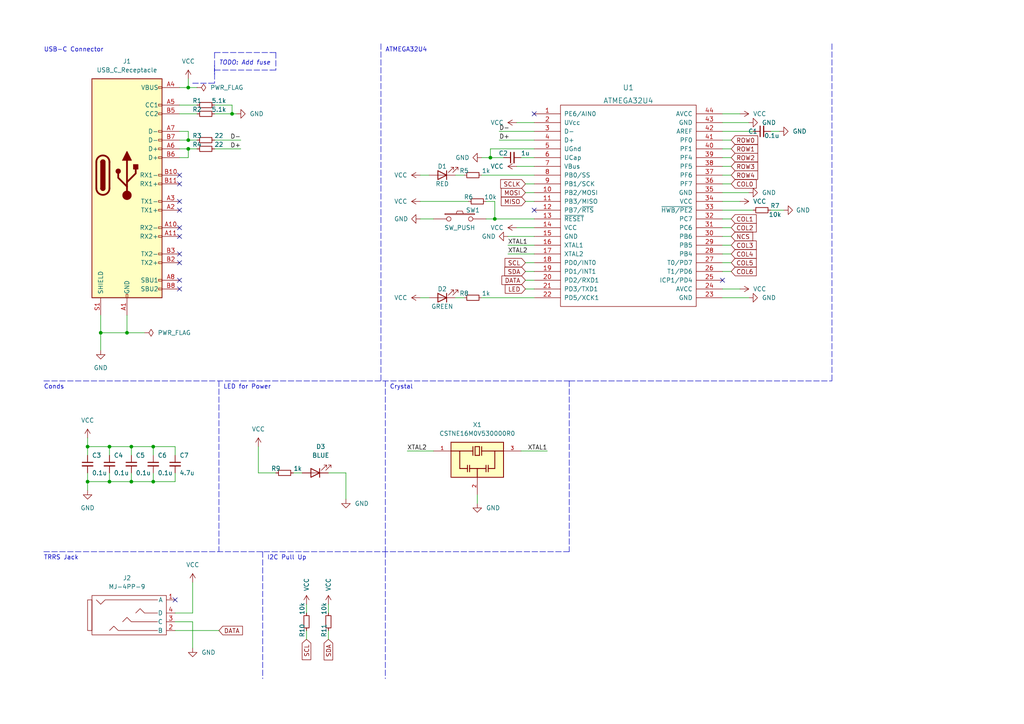
<source format=kicad_sch>
(kicad_sch (version 20211123) (generator eeschema)
  (paper "A4")
  (lib_symbols
    (symbol "ma8ic_split_69:ATMEGA32U4" (pin_names (offset 1.016))
      (property "Reference" "U" (at 0 -31.75 0))
      (property "Value" "ATMEGA32U4" (at 0 31.75 0))
      (symbol "ATMEGA32U4_0_1"
        (rectangle (start 20.32 29.21) (end -19.05 -29.21))
      )
      (symbol "ATMEGA32U4_1_1"
        (pin bidirectional line (at -26.67 26.67 0) (length 7.62) (name "PE6/AIN0") (number "1"))
        (pin bidirectional line (at -26.67 3.81 0) (length 7.62) (name "PB2/MOSI") (number "10"))
        (pin bidirectional line (at -26.67 1.27 0) (length 7.62) (name "PB3/MISO") (number "11"))
        (pin bidirectional line (at -26.67 -1.27 0) (length 7.62) (name "PB7/~{RTS}") (number "12"))
        (pin input line (at -26.67 -3.81 0) (length 7.62) (name "~{RESET}") (number "13"))
        (pin power_in line (at -26.67 -6.35 0) (length 7.62) (name "VCC") (number "14"))
        (pin power_in line (at -26.67 -8.89 0) (length 7.62) (name "GND") (number "15"))
        (pin input line (at -26.67 -11.43 0) (length 7.62) (name "XTAL1") (number "16"))
        (pin output line (at -26.67 -13.97 0) (length 7.62) (name "XTAL2") (number "17"))
        (pin bidirectional line (at -26.67 -16.51 0) (length 7.62) (name "PD0/INT0") (number "18"))
        (pin bidirectional line (at -26.67 -19.05 0) (length 7.62) (name "PD1/INT1") (number "19"))
        (pin power_in line (at -26.67 24.13 0) (length 7.62) (name "UVcc") (number "2"))
        (pin bidirectional line (at -26.67 -21.59 0) (length 7.62) (name "PD2/RXD1") (number "20"))
        (pin bidirectional line (at -26.67 -24.13 0) (length 7.62) (name "PD3/TXD1") (number "21"))
        (pin bidirectional line (at -26.67 -26.67 0) (length 7.62) (name "PD5/XCK1") (number "22"))
        (pin power_in line (at 27.94 -26.67 180) (length 7.62) (name "GND") (number "23"))
        (pin power_in line (at 27.94 -24.13 180) (length 7.62) (name "AVCC") (number "24"))
        (pin bidirectional line (at 27.94 -21.59 180) (length 7.62) (name "ICP1/PD4") (number "25"))
        (pin bidirectional line (at 27.94 -19.05 180) (length 7.62) (name "T1/PD6") (number "26"))
        (pin bidirectional line (at 27.94 -16.51 180) (length 7.62) (name "T0/PD7") (number "27"))
        (pin bidirectional line (at 27.94 -13.97 180) (length 7.62) (name "PB4") (number "28"))
        (pin bidirectional line (at 27.94 -11.43 180) (length 7.62) (name "PB5") (number "29"))
        (pin bidirectional line (at -26.67 21.59 0) (length 7.62) (name "D-") (number "3"))
        (pin bidirectional line (at 27.94 -8.89 180) (length 7.62) (name "PB6") (number "30"))
        (pin bidirectional line (at 27.94 -6.35 180) (length 7.62) (name "PC6") (number "31"))
        (pin bidirectional line (at 27.94 -3.81 180) (length 7.62) (name "PC7") (number "32"))
        (pin bidirectional line (at 27.94 -1.27 180) (length 7.62) (name "~{HWB/PE2}") (number "33"))
        (pin power_in line (at 27.94 1.27 180) (length 7.62) (name "VCC") (number "34"))
        (pin power_in line (at 27.94 3.81 180) (length 7.62) (name "GND") (number "35"))
        (pin bidirectional line (at 27.94 6.35 180) (length 7.62) (name "PF7") (number "36"))
        (pin bidirectional line (at 27.94 8.89 180) (length 7.62) (name "PF6") (number "37"))
        (pin bidirectional line (at 27.94 11.43 180) (length 7.62) (name "PF5") (number "38"))
        (pin bidirectional line (at 27.94 13.97 180) (length 7.62) (name "PF4") (number "39"))
        (pin bidirectional line (at -26.67 19.05 0) (length 7.62) (name "D+") (number "4"))
        (pin bidirectional line (at 27.94 16.51 180) (length 7.62) (name "PF1") (number "40"))
        (pin bidirectional line (at 27.94 19.05 180) (length 7.62) (name "PF0") (number "41"))
        (pin input line (at 27.94 21.59 180) (length 7.62) (name "AREF") (number "42"))
        (pin power_in line (at 27.94 24.13 180) (length 7.62) (name "GND") (number "43"))
        (pin power_in line (at 27.94 26.67 180) (length 7.62) (name "AVCC") (number "44"))
        (pin power_in line (at -26.67 16.51 0) (length 7.62) (name "UGnd") (number "5"))
        (pin input line (at -26.67 13.97 0) (length 7.62) (name "UCap") (number "6"))
        (pin input line (at -26.67 11.43 0) (length 7.62) (name "VBus") (number "7"))
        (pin bidirectional line (at -26.67 8.89 0) (length 7.62) (name "PB0/SS") (number "8"))
        (pin bidirectional line (at -26.67 6.35 0) (length 7.62) (name "PB1/SCK") (number "9"))
      )
    )
    (symbol "ma8ic_split_69:CSTNE16M0V530000R0" (pin_names (offset 1.016))
      (property "Reference" "Y" (at -7.62 6.35 0))
      (property "Value" "CSTNE16M0V530000R0" (at 1.27 -6.35 0))
      (symbol "CSTNE16M0V530000R0_0_0"
        (rectangle (start -7.62 -5.08) (end 7.62 5.08) (stroke (width 0.254)) (fill (type background)))
        (polyline (pts (xy -7.62 2.54) (xy -5.08 2.54)) (stroke (width 0.254)))
        (polyline (pts (xy -5.08 -2.54) (xy -5.08 2.54)) (stroke (width 0.254)))
        (polyline (pts (xy -5.08 2.54) (xy -1.27 2.54)) (stroke (width 0.254)))
        (polyline (pts (xy -2.8575 -2.54) (xy -5.08 -2.54)) (stroke (width 0.254)))
        (polyline (pts (xy -2.8575 -2.54) (xy -2.8575 -3.4925)) (stroke (width 0.254)))
        (polyline (pts (xy -2.8575 -1.5875) (xy -2.8575 -2.54)) (stroke (width 0.254)))
        (polyline (pts (xy -2.2225 -2.54) (xy -2.2225 -3.4925)) (stroke (width 0.254)))
        (polyline (pts (xy -2.2225 -1.5875) (xy -2.2225 -2.54)) (stroke (width 0.254)))
        (polyline (pts (xy -1.27 2.54) (xy -1.27 1.27)) (stroke (width 0.254)))
        (polyline (pts (xy -1.27 3.81) (xy -1.27 2.54)) (stroke (width 0.254)))
        (polyline (pts (xy -0.635 1.27) (xy -0.635 3.81)) (stroke (width 0.254)))
        (polyline (pts (xy -0.635 3.81) (xy 0.635 3.81)) (stroke (width 0.254)))
        (polyline (pts (xy 0 -5.08) (xy 0 -2.54)) (stroke (width 0.254)))
        (polyline (pts (xy 0 -2.54) (xy -2.2225 -2.54)) (stroke (width 0.254)))
        (polyline (pts (xy 0 -2.54) (xy 2.54 -2.54)) (stroke (width 0.254)))
        (polyline (pts (xy 0.635 1.27) (xy -0.635 1.27)) (stroke (width 0.254)))
        (polyline (pts (xy 0.635 3.81) (xy 0.635 1.27)) (stroke (width 0.254)))
        (polyline (pts (xy 1.27 2.54) (xy 1.27 1.27)) (stroke (width 0.254)))
        (polyline (pts (xy 1.27 2.54) (xy 5.08 2.54)) (stroke (width 0.254)))
        (polyline (pts (xy 1.27 3.81) (xy 1.27 2.54)) (stroke (width 0.254)))
        (polyline (pts (xy 2.54 -2.54) (xy 2.54 -3.4925)) (stroke (width 0.254)))
        (polyline (pts (xy 2.54 -1.5875) (xy 2.54 -2.54)) (stroke (width 0.254)))
        (polyline (pts (xy 3.175 -2.54) (xy 3.175 -3.4925)) (stroke (width 0.254)))
        (polyline (pts (xy 3.175 -2.54) (xy 5.08 -2.54)) (stroke (width 0.254)))
        (polyline (pts (xy 3.175 -1.5875) (xy 3.175 -2.54)) (stroke (width 0.254)))
        (polyline (pts (xy 5.08 -2.54) (xy 5.08 2.54)) (stroke (width 0.254)))
        (polyline (pts (xy 5.08 2.54) (xy 7.62 2.54)) (stroke (width 0.254)))
        (pin input line (at -12.7 2.54 0) (length 5.08) (name "~") (number "1"))
        (pin power_in line (at 0 -10.16 90) (length 5.08) (name "~") (number "2"))
        (pin output line (at 12.7 2.54 180) (length 5.08) (name "~") (number "3"))
      )
    )
    (symbol "ma8ic_split_69:C_Small" (pin_numbers hide) (pin_names (offset 0.254) hide)
      (property "Reference" "C" (at 0.254 1.778 0))
      (property "Value" "C_Small" (at 0.254 -2.032 0))
      (symbol "C_Small_0_1"
        (polyline (pts (xy -1.524 -0.508) (xy 1.524 -0.508)) (stroke (width 0.3302)))
        (polyline (pts (xy -1.524 0.508) (xy 1.524 0.508)) (stroke (width 0.3048)))
      )
      (symbol "C_Small_1_1"
        (pin passive line (at 0 2.54 270) (length 2.032) (name "~") (number "1"))
        (pin passive line (at 0 -2.54 90) (length 2.032) (name "~") (number "2"))
      )
    )
    (symbol "ma8ic_split_69:GND" (power) (pin_names (offset 0))
      (property "Value" "GND" (at 0 -3.81 0))
      (symbol "GND_0_1"
        (polyline (pts (xy 0 0) (xy 0 -1.27) (xy 1.27 -1.27) (xy 0 -2.54) (xy -1.27 -1.27) (xy 0 -1.27)))
      )
      (symbol "GND_1_1"
        (pin power_in line (at 0 0 270) (length 0) hide (name "GND") (number "1"))
      )
    )
    (symbol "ma8ic_split_69:LED" (pin_numbers hide) (pin_names (offset 1.016) hide)
      (property "Reference" "D" (at 0 2.54 0))
      (property "Value" "LED" (at 0 -2.54 0))
      (symbol "LED_0_1"
        (polyline (pts (xy -1.27 -1.27) (xy -1.27 1.27)) (stroke (width 0.254)))
        (polyline (pts (xy -1.27 0) (xy 1.27 0)))
        (polyline (pts (xy 1.27 -1.27) (xy 1.27 1.27) (xy -1.27 0) (xy 1.27 -1.27)) (stroke (width 0.254)))
        (polyline (pts (xy -3.048 -0.762) (xy -4.572 -2.286) (xy -3.81 -2.286) (xy -4.572 -2.286) (xy -4.572 -1.524)))
        (polyline (pts (xy -1.778 -0.762) (xy -3.302 -2.286) (xy -2.54 -2.286) (xy -3.302 -2.286) (xy -3.302 -1.524)))
      )
      (symbol "LED_1_1"
        (pin passive line (at -3.81 0 0) (length 2.54) (name "K") (number "1"))
        (pin passive line (at 3.81 0 180) (length 2.54) (name "A") (number "2"))
      )
    )
    (symbol "ma8ic_split_69:MJ-4PP-9" (pin_names (offset 1.016))
      (property "Reference" "J" (at 0 7.62 0))
      (property "Value" "MJ-4PP-9" (at 0 -8.89 0))
      (symbol "MJ-4PP-9_0_1"
        (rectangle (start -10.16 3.81) (end -11.43 -5.08))
        (polyline (pts (xy 8.89 -5.08) (xy -2.54 -5.08) (xy -3.81 -3.81) (xy -5.08 -5.08)))
        (polyline (pts (xy 8.89 -2.54) (xy 1.27 -2.54) (xy 0 -1.27) (xy -1.27 -2.54)))
        (polyline (pts (xy 8.89 0) (xy 5.08 0) (xy 3.81 1.27) (xy 2.54 0)))
        (polyline (pts (xy 8.89 3.81) (xy -6.35 3.81) (xy -7.62 2.54) (xy -8.89 3.81)))
        (rectangle (start 11.43 5.08) (end -10.16 -6.35))
      )
      (symbol "MJ-4PP-9_1_1"
        (pin input line (at 13.97 3.81 180) (length 2.54) (name "A") (number "1"))
        (pin input line (at 13.97 -5.08 180) (length 2.54) (name "B") (number "2"))
        (pin input line (at 13.97 -2.54 180) (length 2.54) (name "C") (number "3"))
        (pin input line (at 13.97 0 180) (length 2.54) (name "D") (number "4"))
      )
    )
    (symbol "ma8ic_split_69:PWR_FLAG" (power) (pin_numbers hide) (pin_names (offset 0) hide)
      (property "Value" "PWR_FLAG" (at 0 3.81 0))
      (symbol "PWR_FLAG_0_0"
        (pin power_out line (at 0 0 90) (length 0) (name "pwr") (number "1"))
      )
      (symbol "PWR_FLAG_0_1"
        (polyline (pts (xy 0 0) (xy 0 1.27) (xy -1.016 1.905) (xy 0 2.54) (xy 1.016 1.905) (xy 0 1.27)))
      )
    )
    (symbol "ma8ic_split_69:R_Small" (pin_numbers hide) (pin_names (offset 0.254) hide)
      (property "Reference" "R" (at 0.762 0.508 0))
      (property "Value" "R_Small" (at 0.762 -1.016 0))
      (symbol "R_Small_0_1"
        (rectangle (start -0.762 1.778) (end 0.762 -1.778) (stroke (width 0.2032)))
      )
      (symbol "R_Small_1_1"
        (pin passive line (at 0 2.54 270) (length 0.762) (name "~") (number "1"))
        (pin passive line (at 0 -2.54 90) (length 0.762) (name "~") (number "2"))
      )
    )
    (symbol "ma8ic_split_69:SW_PUSH" (pin_numbers hide) (pin_names (offset 1.016) hide)
      (property "Reference" "SW" (at 3.81 2.794 0))
      (property "Value" "SW_PUSH" (at 0 -2.032 0))
      (symbol "SW_PUSH_0_1"
        (rectangle (start -4.318 1.27) (end 4.318 1.524))
        (polyline (pts (xy -1.016 1.524) (xy -0.762 2.286) (xy 0.762 2.286) (xy 1.016 1.524)))
        (pin passive inverted (at -7.62 0 0) (length 5.08) (name "1") (number "1"))
        (pin passive inverted (at 7.62 0 180) (length 5.08) (name "2") (number "2"))
      )
    )
    (symbol "ma8ic_split_69:USB_C_Receptacle" (pin_names (offset 1.016))
      (property "Reference" "J" (at -10.16 29.21 0))
      (property "Value" "USB_C_Receptacle" (at 10.16 29.21 0))
      (symbol "USB_C_Receptacle_0_0"
        (rectangle (start -0.254 -35.56) (end 0.254 -34.544))
        (rectangle (start 10.16 -32.766) (end 9.144 -33.274))
        (rectangle (start 10.16 -30.226) (end 9.144 -30.734))
        (rectangle (start 10.16 -25.146) (end 9.144 -25.654))
        (rectangle (start 10.16 -22.606) (end 9.144 -23.114))
        (rectangle (start 10.16 -17.526) (end 9.144 -18.034))
        (rectangle (start 10.16 -14.986) (end 9.144 -15.494))
        (rectangle (start 10.16 -9.906) (end 9.144 -10.414))
        (rectangle (start 10.16 -7.366) (end 9.144 -7.874))
        (rectangle (start 10.16 -2.286) (end 9.144 -2.794))
        (rectangle (start 10.16 0.254) (end 9.144 -0.254))
        (rectangle (start 10.16 5.334) (end 9.144 4.826))
        (rectangle (start 10.16 7.874) (end 9.144 7.366))
        (rectangle (start 10.16 10.414) (end 9.144 9.906))
        (rectangle (start 10.16 12.954) (end 9.144 12.446))
        (rectangle (start 10.16 18.034) (end 9.144 17.526))
        (rectangle (start 10.16 20.574) (end 9.144 20.066))
        (rectangle (start 10.16 25.654) (end 9.144 25.146))
      )
      (symbol "USB_C_Receptacle_0_1"
        (rectangle (start -10.16 27.94) (end 10.16 -35.56) (stroke (width 0.254)) (fill (type background)))
        (arc (start -8.89 -3.81) (mid -6.985 -5.715) (end -5.08 -3.81) (stroke (width 0.508)))
        (arc (start -7.62 -3.81) (mid -6.985 -4.445) (end -6.35 -3.81) (stroke (width 0.254)))
        (arc (start -7.62 -3.81) (mid -6.985 -4.445) (end -6.35 -3.81) (stroke (width 0.254)) (fill (type outline)))
        (rectangle (start -7.62 -3.81) (end -6.35 3.81) (stroke (width 0.254)) (fill (type outline)))
        (arc (start -6.35 3.81) (mid -6.985 4.445) (end -7.62 3.81) (stroke (width 0.254)))
        (arc (start -6.35 3.81) (mid -6.985 4.445) (end -7.62 3.81) (stroke (width 0.254)) (fill (type outline)))
        (arc (start -5.08 3.81) (mid -6.985 5.715) (end -8.89 3.81) (stroke (width 0.508)))
        (polyline (pts (xy -8.89 -3.81) (xy -8.89 3.81)) (stroke (width 0.508)))
        (polyline (pts (xy -5.08 3.81) (xy -5.08 -3.81)) (stroke (width 0.508)))
      )
      (symbol "USB_C_Receptacle_1_1"
        (circle (center -2.54 1.143) (radius 0.635) (stroke (width 0.254)) (fill (type outline)))
        (circle (center 0 -5.842) (radius 1.27) (fill (type outline)))
        (polyline (pts (xy 0 -5.842) (xy 0 4.318)) (stroke (width 0.508)))
        (polyline (pts (xy 0 -3.302) (xy -2.54 -0.762) (xy -2.54 0.508)) (stroke (width 0.508)))
        (polyline (pts (xy 0 -2.032) (xy 2.54 0.508) (xy 2.54 1.778)) (stroke (width 0.508)))
        (polyline (pts (xy -1.27 4.318) (xy 0 6.858) (xy 1.27 4.318) (xy -1.27 4.318)) (stroke (width 0.254)) (fill (type outline)))
        (rectangle (start 1.905 1.778) (end 3.175 3.048) (stroke (width 0.254)) (fill (type outline)))
        (pin passive line (at 0 -40.64 90) (length 5.08) (name "GND") (number "A1"))
        (pin bidirectional line (at 15.24 -15.24 180) (length 5.08) (name "RX2-") (number "A10"))
        (pin bidirectional line (at 15.24 -17.78 180) (length 5.08) (name "RX2+") (number "A11"))
        (pin passive line (at 0 -40.64 90) (length 5.08) hide (name "GND") (number "A12"))
        (pin bidirectional line (at 15.24 -10.16 180) (length 5.08) (name "TX1+") (number "A2"))
        (pin bidirectional line (at 15.24 -7.62 180) (length 5.08) (name "TX1-") (number "A3"))
        (pin passive line (at 15.24 25.4 180) (length 5.08) (name "VBUS") (number "A4"))
        (pin bidirectional line (at 15.24 20.32 180) (length 5.08) (name "CC1") (number "A5"))
        (pin bidirectional line (at 15.24 7.62 180) (length 5.08) (name "D+") (number "A6"))
        (pin bidirectional line (at 15.24 12.7 180) (length 5.08) (name "D-") (number "A7"))
        (pin bidirectional line (at 15.24 -30.48 180) (length 5.08) (name "SBU1") (number "A8"))
        (pin passive line (at 15.24 25.4 180) (length 5.08) hide (name "VBUS") (number "A9"))
        (pin passive line (at 0 -40.64 90) (length 5.08) hide (name "GND") (number "B1"))
        (pin bidirectional line (at 15.24 0 180) (length 5.08) (name "RX1-") (number "B10"))
        (pin bidirectional line (at 15.24 -2.54 180) (length 5.08) (name "RX1+") (number "B11"))
        (pin passive line (at 0 -40.64 90) (length 5.08) hide (name "GND") (number "B12"))
        (pin bidirectional line (at 15.24 -25.4 180) (length 5.08) (name "TX2+") (number "B2"))
        (pin bidirectional line (at 15.24 -22.86 180) (length 5.08) (name "TX2-") (number "B3"))
        (pin passive line (at 15.24 25.4 180) (length 5.08) hide (name "VBUS") (number "B4"))
        (pin bidirectional line (at 15.24 17.78 180) (length 5.08) (name "CC2") (number "B5"))
        (pin bidirectional line (at 15.24 5.08 180) (length 5.08) (name "D+") (number "B6"))
        (pin bidirectional line (at 15.24 10.16 180) (length 5.08) (name "D-") (number "B7"))
        (pin bidirectional line (at 15.24 -33.02 180) (length 5.08) (name "SBU2") (number "B8"))
        (pin passive line (at 15.24 25.4 180) (length 5.08) hide (name "VBUS") (number "B9"))
        (pin passive line (at -7.62 -40.64 90) (length 5.08) (name "SHIELD") (number "S1"))
      )
    )
    (symbol "ma8ic_split_69:VCC" (power) (pin_names (offset 0))
      (property "Value" "VCC" (at 0 3.81 0))
      (symbol "VCC_0_1"
        (polyline (pts (xy -0.762 1.27) (xy 0 2.54)))
        (polyline (pts (xy 0 0) (xy 0 2.54)))
        (polyline (pts (xy 0 2.54) (xy 0.762 1.27)))
      )
      (symbol "VCC_1_1"
        (pin power_in line (at 0 0 90) (length 0) hide (name "VCC") (number "1"))
      )
    )
  )
  (junction (at 67.31 33.02))
  (junction (at 31.75 139.7))
  (junction (at 38.1 129.54))
  (junction (at 142.24 45.72))
  (junction (at 54.61 40.64))
  (junction (at 25.4 139.7))
  (junction (at 29.21 96.52))
  (junction (at 143.51 63.5))
  (junction (at 36.83 96.52))
  (junction (at 44.45 139.7))
  (junction (at 25.4 129.54))
  (junction (at 54.61 43.18))
  (junction (at 44.45 129.54))
  (junction (at 38.1 139.7))
  (junction (at 31.75 129.54))
  (junction (at 54.61 25.4))
  (no_connect (at 52.07 81.28))
  (no_connect (at 52.07 83.82))
  (no_connect (at 52.07 76.2))
  (no_connect (at 52.07 73.66))
  (no_connect (at 52.07 58.42))
  (no_connect (at 52.07 60.96))
  (no_connect (at 52.07 53.34))
  (no_connect (at 52.07 68.58))
  (no_connect (at 52.07 50.8))
  (no_connect (at 52.07 66.04))
  (no_connect (at 50.8 173.99))
  (no_connect (at 209.55 81.28))
  (no_connect (at 154.94 60.96))
  (no_connect (at 154.94 33.02))
  (wire (pts (xy 142.24 43.18) (xy 142.24 45.72)))
  (wire (pts (xy 62.23 43.18) (xy 69.85 43.18)))
  (wire (pts (xy 31.75 137.16) (xy 31.75 139.7)))
  (wire (pts (xy 209.55 53.34) (xy 212.09 53.34)))
  (wire (pts (xy 25.4 139.7) (xy 25.4 142.24)))
  (wire (pts (xy 209.55 71.12) (xy 212.09 71.12)))
  (wire (pts (xy 147.32 71.12) (xy 154.94 71.12)))
  (polyline (pts (xy 111.76 160.02) (xy 111.76 196.85)))
  (wire (pts (xy 95.25 137.16) (xy 100.33 137.16)))
  (polyline (pts (xy 12.7 110.49) (xy 165.1 110.49)))
  (wire (pts (xy 132.08 86.36) (xy 134.62 86.36)))
  (wire (pts (xy 52.07 38.1) (xy 54.61 38.1)))
  (wire (pts (xy 31.75 132.08) (xy 31.75 129.54)))
  (wire (pts (xy 139.7 45.72) (xy 142.24 45.72)))
  (wire (pts (xy 50.8 139.7) (xy 44.45 139.7)))
  (wire (pts (xy 209.55 58.42) (xy 214.63 58.42)))
  (wire (pts (xy 85.09 137.16) (xy 87.63 137.16)))
  (wire (pts (xy 209.55 66.04) (xy 212.09 66.04)))
  (wire (pts (xy 144.78 38.1) (xy 154.94 38.1)))
  (polyline (pts (xy 62.23 15.24) (xy 62.23 21.59)))
  (wire (pts (xy 31.75 129.54) (xy 25.4 129.54)))
  (wire (pts (xy 209.55 40.64) (xy 212.09 40.64)))
  (wire (pts (xy 209.55 45.72) (xy 212.09 45.72)))
  (wire (pts (xy 143.51 58.42) (xy 143.51 63.5)))
  (wire (pts (xy 209.55 43.18) (xy 212.09 43.18)))
  (wire (pts (xy 50.8 129.54) (xy 44.45 129.54)))
  (wire (pts (xy 138.43 143.51) (xy 138.43 146.05)))
  (wire (pts (xy 209.55 76.2) (xy 212.09 76.2)))
  (wire (pts (xy 54.61 40.64) (xy 57.15 40.64)))
  (wire (pts (xy 44.45 129.54) (xy 44.45 132.08)))
  (wire (pts (xy 95.25 182.88) (xy 95.25 185.42)))
  (wire (pts (xy 152.4 76.2) (xy 154.94 76.2)))
  (polyline (pts (xy 241.3 12.7) (xy 241.3 110.49)))
  (wire (pts (xy 44.45 129.54) (xy 38.1 129.54)))
  (polyline (pts (xy 78.74 15.24) (xy 80.01 15.24)))
  (wire (pts (xy 54.61 45.72) (xy 54.61 43.18)))
  (wire (pts (xy 36.83 91.44) (xy 36.83 96.52)))
  (wire (pts (xy 95.25 175.26) (xy 95.25 177.8)))
  (wire (pts (xy 29.21 91.44) (xy 29.21 96.52)))
  (wire (pts (xy 121.92 58.42) (xy 135.89 58.42)))
  (wire (pts (xy 209.55 33.02) (xy 214.63 33.02)))
  (wire (pts (xy 38.1 129.54) (xy 31.75 129.54)))
  (wire (pts (xy 132.08 50.8) (xy 134.62 50.8)))
  (wire (pts (xy 67.31 33.02) (xy 68.58 33.02)))
  (wire (pts (xy 151.13 45.72) (xy 154.94 45.72)))
  (wire (pts (xy 74.93 137.16) (xy 80.01 137.16)))
  (wire (pts (xy 55.88 177.8) (xy 55.88 168.91)))
  (wire (pts (xy 50.8 177.8) (xy 55.88 177.8)))
  (polyline (pts (xy 76.2 160.02) (xy 76.2 196.85)))
  (wire (pts (xy 44.45 139.7) (xy 38.1 139.7)))
  (wire (pts (xy 140.97 63.5) (xy 143.51 63.5)))
  (wire (pts (xy 154.94 43.18) (xy 142.24 43.18)))
  (wire (pts (xy 52.07 33.02) (xy 57.15 33.02)))
  (wire (pts (xy 144.78 40.64) (xy 154.94 40.64)))
  (wire (pts (xy 100.33 137.16) (xy 100.33 144.78)))
  (wire (pts (xy 50.8 132.08) (xy 50.8 129.54)))
  (polyline (pts (xy 111.76 110.49) (xy 111.76 160.02)))
  (wire (pts (xy 54.61 22.86) (xy 54.61 25.4)))
  (wire (pts (xy 52.07 30.48) (xy 57.15 30.48)))
  (wire (pts (xy 149.86 48.26) (xy 154.94 48.26)))
  (polyline (pts (xy 110.49 12.7) (xy 110.49 110.49)))
  (wire (pts (xy 223.52 38.1) (xy 226.06 38.1)))
  (polyline (pts (xy 12.7 160.02) (xy 76.2 160.02)))
  (wire (pts (xy 25.4 129.54) (xy 25.4 132.08)))
  (wire (pts (xy 62.23 33.02) (xy 67.31 33.02)))
  (wire (pts (xy 139.7 86.36) (xy 154.94 86.36)))
  (wire (pts (xy 50.8 180.34) (xy 55.88 180.34)))
  (wire (pts (xy 55.88 180.34) (xy 55.88 187.96)))
  (wire (pts (xy 149.86 66.04) (xy 154.94 66.04)))
  (wire (pts (xy 50.8 137.16) (xy 50.8 139.7)))
  (wire (pts (xy 44.45 137.16) (xy 44.45 139.7)))
  (wire (pts (xy 31.75 139.7) (xy 25.4 139.7)))
  (wire (pts (xy 50.8 182.88) (xy 63.5 182.88)))
  (wire (pts (xy 152.4 58.42) (xy 154.94 58.42)))
  (polyline (pts (xy 63.5 110.49) (xy 63.5 160.02)))
  (wire (pts (xy 152.4 81.28) (xy 154.94 81.28)))
  (wire (pts (xy 209.55 73.66) (xy 212.09 73.66)))
  (wire (pts (xy 147.32 68.58) (xy 154.94 68.58)))
  (wire (pts (xy 118.11 130.81) (xy 125.73 130.81)))
  (wire (pts (xy 36.83 96.52) (xy 41.91 96.52)))
  (wire (pts (xy 52.07 45.72) (xy 54.61 45.72)))
  (wire (pts (xy 143.51 63.5) (xy 154.94 63.5)))
  (polyline (pts (xy 62.23 19.05) (xy 62.23 24.13)))
  (wire (pts (xy 209.55 35.56) (xy 217.17 35.56)))
  (wire (pts (xy 209.55 86.36) (xy 217.17 86.36)))
  (wire (pts (xy 88.9 175.26) (xy 88.9 177.8)))
  (wire (pts (xy 25.4 127) (xy 25.4 129.54)))
  (wire (pts (xy 52.07 43.18) (xy 54.61 43.18)))
  (polyline (pts (xy 55.88 24.13) (xy 62.23 24.13)))
  (wire (pts (xy 67.31 30.48) (xy 67.31 33.02)))
  (wire (pts (xy 121.92 50.8) (xy 124.46 50.8)))
  (wire (pts (xy 121.92 86.36) (xy 124.46 86.36)))
  (wire (pts (xy 121.92 63.5) (xy 125.73 63.5)))
  (wire (pts (xy 54.61 43.18) (xy 57.15 43.18)))
  (wire (pts (xy 38.1 129.54) (xy 38.1 132.08)))
  (polyline (pts (xy 165.1 110.49) (xy 241.3 110.49)))
  (wire (pts (xy 209.55 83.82) (xy 214.63 83.82)))
  (wire (pts (xy 57.15 25.4) (xy 54.61 25.4)))
  (wire (pts (xy 209.55 60.96) (xy 218.44 60.96)))
  (wire (pts (xy 52.07 25.4) (xy 54.61 25.4)))
  (wire (pts (xy 151.13 130.81) (xy 158.75 130.81)))
  (wire (pts (xy 209.55 50.8) (xy 212.09 50.8)))
  (wire (pts (xy 25.4 137.16) (xy 25.4 139.7)))
  (wire (pts (xy 209.55 38.1) (xy 218.44 38.1)))
  (wire (pts (xy 209.55 63.5) (xy 212.09 63.5)))
  (wire (pts (xy 149.86 35.56) (xy 154.94 35.56)))
  (wire (pts (xy 52.07 40.64) (xy 54.61 40.64)))
  (polyline (pts (xy 165.1 160.02) (xy 76.2 160.02)))
  (wire (pts (xy 152.4 78.74) (xy 154.94 78.74)))
  (wire (pts (xy 38.1 137.16) (xy 38.1 139.7)))
  (wire (pts (xy 209.55 48.26) (xy 212.09 48.26)))
  (wire (pts (xy 29.21 96.52) (xy 29.21 101.6)))
  (wire (pts (xy 62.23 40.64) (xy 69.85 40.64)))
  (polyline (pts (xy 62.23 15.24) (xy 78.74 15.24)))
  (wire (pts (xy 223.52 60.96) (xy 227.33 60.96)))
  (wire (pts (xy 74.93 129.54) (xy 74.93 137.16)))
  (wire (pts (xy 147.32 73.66) (xy 154.94 73.66)))
  (wire (pts (xy 209.55 78.74) (xy 212.09 78.74)))
  (polyline (pts (xy 80.01 20.32) (xy 78.74 20.32)))
  (wire (pts (xy 152.4 83.82) (xy 154.94 83.82)))
  (wire (pts (xy 209.55 68.58) (xy 212.09 68.58)))
  (polyline (pts (xy 80.01 15.24) (xy 80.01 20.32)))
  (wire (pts (xy 139.7 50.8) (xy 154.94 50.8)))
  (wire (pts (xy 152.4 53.34) (xy 154.94 53.34)))
  (wire (pts (xy 140.97 58.42) (xy 143.51 58.42)))
  (polyline (pts (xy 165.1 110.49) (xy 165.1 160.02)))
  (wire (pts (xy 209.55 55.88) (xy 217.17 55.88)))
  (polyline (pts (xy 62.23 20.32) (xy 78.74 20.32)))
  (wire (pts (xy 29.21 96.52) (xy 36.83 96.52)))
  (wire (pts (xy 142.24 45.72) (xy 146.05 45.72)))
  (wire (pts (xy 62.23 30.48) (xy 67.31 30.48)))
  (wire (pts (xy 88.9 182.88) (xy 88.9 185.42)))
  (wire (pts (xy 38.1 139.7) (xy 31.75 139.7)))
  (wire (pts (xy 152.4 55.88) (xy 154.94 55.88)))
  (wire (pts (xy 54.61 38.1) (xy 54.61 40.64)))
  (text "Conds" (at 12.7 113.03 0) (effects (font (size 1.27 1.27)) (justify left bottom)))
  (text "ATMEGA32U4" (at 111.76 15.24 0) (effects (font (size 1.27 1.27)) (justify left bottom)))
  (text "TRRS Jack" (at 12.7 162.56 0) (effects (font (size 1.27 1.27)) (justify left bottom)))
  (text "Crystal" (at 113.03 113.03 0) (effects (font (size 1.27 1.27)) (justify left bottom)))
  (text "TODO: Add fuse" (at 63.5 19.05 0) (effects (font (size 1.27 1.27) italic) (justify left bottom)))
  (text "USB-C Connector" (at 12.7 15.24 0) (effects (font (size 1.27 1.27)) (justify left bottom)))
  (text "I2C Pull Up" (at 77.47 162.56 0) (effects (font (size 1.27 1.27)) (justify left bottom)))
  (text "LED for Power" (at 64.77 113.03 0) (effects (font (size 1.27 1.27)) (justify left bottom)))
  (label "XTAL1" (at 158.75 130.81 180))
  (label "XTAL1" (at 147.32 71.12 0))
  (label "D-" (at 69.85 40.64 180))
  (label "D-" (at 144.78 38.1 0))
  (label "XTAL2" (at 147.32 73.66 0))
  (label "XTAL2" (at 118.11 130.81 0))
  (label "D+" (at 144.78 40.64 0))
  (label "D+" (at 69.85 43.18 180))
  (global_label "ROW2" (shape input) (at 212.09 45.72 0) (property "Intersheet References" "${INTERSHEET_REFS}" (effects hide)))
  (global_label "COL0" (shape input) (at 212.09 53.34 0) (property "Intersheet References" "${INTERSHEET_REFS}" (effects hide)))
  (global_label "DATA" (shape input) (at 63.5 182.88 0) (property "Intersheet References" "${INTERSHEET_REFS}" (effects hide)))
  (global_label "SCLK" (shape input) (at 152.4 53.34 180) (property "Intersheet References" "${INTERSHEET_REFS}" (effects hide)))
  (global_label "ROW1" (shape input) (at 212.09 43.18 0) (property "Intersheet References" "${INTERSHEET_REFS}" (effects hide)))
  (global_label "MISO" (shape input) (at 152.4 58.42 180) (property "Intersheet References" "${INTERSHEET_REFS}" (effects hide)))
  (global_label "SCL" (shape input) (at 152.4 76.2 180) (property "Intersheet References" "${INTERSHEET_REFS}" (effects hide)))
  (global_label "SDA" (shape input) (at 152.4 78.74 180) (property "Intersheet References" "${INTERSHEET_REFS}" (effects hide)))
  (global_label "ROW4" (shape input) (at 212.09 50.8 0) (property "Intersheet References" "${INTERSHEET_REFS}" (effects hide)))
  (global_label "COL2" (shape input) (at 212.09 66.04 0) (property "Intersheet References" "${INTERSHEET_REFS}" (effects hide)))
  (global_label "ROW0" (shape input) (at 212.09 40.64 0) (property "Intersheet References" "${INTERSHEET_REFS}" (effects hide)))
  (global_label "COL1" (shape input) (at 212.09 63.5 0) (property "Intersheet References" "${INTERSHEET_REFS}" (effects hide)))
  (global_label "ROW3" (shape input) (at 212.09 48.26 0) (property "Intersheet References" "${INTERSHEET_REFS}" (effects hide)))
  (global_label "COL6" (shape input) (at 212.09 78.74 0) (property "Intersheet References" "${INTERSHEET_REFS}" (effects hide)))
  (global_label "COL5" (shape input) (at 212.09 76.2 0) (property "Intersheet References" "${INTERSHEET_REFS}" (effects hide)))
  (global_label "LED" (shape input) (at 152.4 83.82 180) (property "Intersheet References" "${INTERSHEET_REFS}" (effects hide)))
  (global_label "DATA" (shape input) (at 152.4 81.28 180) (property "Intersheet References" "${INTERSHEET_REFS}" (effects hide)))
  (global_label "COL3" (shape input) (at 212.09 71.12 0) (property "Intersheet References" "${INTERSHEET_REFS}" (effects hide)))
  (global_label "NCS" (shape input) (at 212.09 68.58 0) (property "Intersheet References" "${INTERSHEET_REFS}" (effects hide)))
  (global_label "COL4" (shape input) (at 212.09 73.66 0) (property "Intersheet References" "${INTERSHEET_REFS}" (effects hide)))
  (global_label "MOSI" (shape input) (at 152.4 55.88 180) (property "Intersheet References" "${INTERSHEET_REFS}" (effects hide)))
  (global_label "SCL" (shape input) (at 88.9 185.42 270) (property "Intersheet References" "${INTERSHEET_REFS}" (effects hide)))
  (global_label "SDA" (shape input) (at 95.25 185.42 270) (property "Intersheet References" "${INTERSHEET_REFS}" (effects hide)))
  (symbol (lib_id "ma8ic_split_69:C_Small") (at 25.4 134.62 0) (unit 1)
    (property "Reference" "C3" (at 26.67 132.08 0) (effects (justify left)))
    (property "Value" "0.1u" (at 26.67 137.16 0) (effects (justify left)))
    (property "Footprint" "ma8ic_split_69:C_0603_1608Metric" (effects hide))
    (property "LCSC" "C14663" (effects hide))
  )
  (symbol (lib_id "ma8ic_split_69:VCC") (at 214.63 83.82 270) (unit 1)
    (property "Reference" "#PWR017" (effects hide))
    (property "Value" "VCC" (at 222.25 83.82 90) (effects (justify right)))
  )
  (symbol (lib_id "ma8ic_split_69:GND") (at 139.7 45.72 270) (unit 1)
    (property "Reference" "#PWR07" (effects hide))
    (property "Value" "GND" (at 132.08 45.72 90) (effects (justify left)))
  )
  (symbol (lib_id "ma8ic_split_69:GND") (at 147.32 68.58 270) (unit 1)
    (property "Reference" "#PWR016" (effects hide))
    (property "Value" "GND" (at 139.7 68.58 90) (effects (justify left)))
  )
  (symbol (lib_id "ma8ic_split_69:GND") (at 226.06 38.1 90) (unit 1)
    (property "Reference" "#PWR06" (effects hide))
    (property "Value" "GND" (at 229.87 38.0999 90) (effects (justify right)))
  )
  (symbol (lib_id "ma8ic_split_69:GND") (at 55.88 187.96 0) (unit 1)
    (property "Reference" "#PWR029" (effects hide))
    (property "Value" "GND" (at 58.42 189.2299 0) (effects (justify left)))
  )
  (symbol (lib_id "ma8ic_split_69:VCC") (at 121.92 58.42 90) (unit 1)
    (property "Reference" "#PWR011" (effects hide))
    (property "Value" "VCC" (at 114.3 58.42 90) (effects (justify right)))
  )
  (symbol (lib_id "ma8ic_split_69:VCC") (at 214.63 58.42 270) (unit 1)
    (property "Reference" "#PWR012" (effects hide))
    (property "Value" "VCC" (at 222.25 58.42 90) (effects (justify right)))
  )
  (symbol (lib_id "ma8ic_split_69:R_Small") (at 138.43 58.42 90) (unit 1)
    (property "Reference" "R6" (at 135.89 57.15 90))
    (property "Value" "10k" (at 142.24 57.15 90))
    (property "Footprint" "ma8ic_split_69:R_0603_1608Metric" (effects hide))
    (property "LCSC" "C25804" (effects hide))
  )
  (symbol (lib_id "ma8ic_split_69:GND") (at 227.33 60.96 90) (unit 1)
    (property "Reference" "#PWR013" (effects hide))
    (property "Value" "GND" (at 234.95 60.96 90) (effects (justify left)))
  )
  (symbol (lib_id "ma8ic_split_69:GND") (at 217.17 35.56 90) (unit 1)
    (property "Reference" "#PWR05" (effects hide))
    (property "Value" "GND" (at 220.98 35.5599 90) (effects (justify right)))
  )
  (symbol (lib_id "ma8ic_split_69:VCC") (at 74.93 129.54 0) (unit 1)
    (property "Reference" "#PWR022" (effects hide))
    (property "Value" "VCC" (at 74.93 124.46 0))
  )
  (symbol (lib_id "ma8ic_split_69:VCC") (at 88.9 175.26 0) (unit 1)
    (property "Reference" "#PWR027" (effects hide))
    (property "Value" "VCC" (at 88.9 167.64 90) (effects (justify right)))
  )
  (symbol (lib_id "ma8ic_split_69:GND") (at 138.43 146.05 0) (unit 1)
    (property "Reference" "#PWR025" (effects hide))
    (property "Value" "GND" (at 140.97 147.3199 0) (effects (justify left)))
  )
  (symbol (lib_id "ma8ic_split_69:VCC") (at 95.25 175.26 0) (unit 1)
    (property "Reference" "#PWR028" (effects hide))
    (property "Value" "VCC" (at 95.25 167.64 90) (effects (justify right)))
  )
  (symbol (lib_id "ma8ic_split_69:VCC") (at 149.86 66.04 90) (unit 1)
    (property "Reference" "#PWR015" (effects hide))
    (property "Value" "VCC" (at 142.24 66.04 90) (effects (justify right)))
  )
  (symbol (lib_id "ma8ic_split_69:VCC") (at 55.88 168.91 0) (unit 1)
    (property "Reference" "#PWR026" (effects hide))
    (property "Value" "VCC" (at 55.88 163.83 0))
  )
  (symbol (lib_id "ma8ic_split_69:C_Small") (at 50.8 134.62 0) (unit 1)
    (property "Reference" "C7" (at 52.07 132.08 0) (effects (justify left)))
    (property "Value" "4.7u" (at 52.07 137.16 0) (effects (justify left)))
    (property "Footprint" "ma8ic_split_69:C_0603_1608Metric" (effects hide))
    (property "LCSC" "C19666" (effects hide))
  )
  (symbol (lib_id "ma8ic_split_69:C_Small") (at 220.98 38.1 90) (unit 1)
    (property "Reference" "C1" (at 219.71 38.1 90) (effects (justify left)))
    (property "Value" "0.1u" (at 226.06 39.37 90) (effects (justify left)))
    (property "Footprint" "ma8ic_split_69:C_0603_1608Metric" (effects hide))
    (property "LCSC" "C14663" (effects hide))
  )
  (symbol (lib_id "ma8ic_split_69:VCC") (at 121.92 50.8 90) (unit 1)
    (property "Reference" "#PWR09" (effects hide))
    (property "Value" "VCC" (at 114.3 50.8 90) (effects (justify right)))
  )
  (symbol (lib_id "ma8ic_split_69:CSTNE16M0V530000R0") (at 138.43 133.35 0) (unit 1)
    (property "Reference" "X1" (at 138.43 123.19 0))
    (property "Value" "CSTNE16M0V530000R0" (at 138.43 125.73 0))
    (property "Footprint" "ma8ic_split_69:OSC_CSTNE16M0V530000R0" (effects hide))
    (property "STANDARD" "Manufacturer Recomendations" (effects hide))
    (property "MAXIMUM_PACKAGE_HEIGHT" "1mm" (effects hide))
    (property "PARTREV" "JGC42-8853B" (effects hide))
    (property "MANUFACTURER" "Murata" (effects hide))
    (property "LCSC" "C341521" (effects hide))
  )
  (symbol (lib_id "ma8ic_split_69:VCC") (at 149.86 48.26 90) (unit 1)
    (property "Reference" "#PWR08" (effects hide))
    (property "Value" "VCC" (at 142.24 48.26 90) (effects (justify right)))
  )
  (symbol (lib_id "ma8ic_split_69:GND") (at 25.4 142.24 0) (unit 1)
    (property "Reference" "#PWR023" (effects hide))
    (property "Value" "GND" (at 25.4 147.32 0))
  )
  (symbol (lib_id "ma8ic_split_69:VCC") (at 214.63 33.02 270) (unit 1)
    (property "Reference" "#PWR03" (effects hide))
    (property "Value" "VCC" (at 222.25 33.02 90) (effects (justify right)))
  )
  (symbol (lib_id "ma8ic_split_69:VCC") (at 54.61 22.86 0) (unit 1)
    (property "Reference" "#PWR01" (effects hide))
    (property "Value" "VCC" (at 54.61 17.78 0))
  )
  (symbol (lib_id "ma8ic_split_69:R_Small") (at 137.16 86.36 90) (unit 1)
    (property "Reference" "R8" (at 134.62 85.09 90))
    (property "Value" "1k" (at 140.97 85.09 90))
    (property "Footprint" "ma8ic_split_69:R_0603_1608Metric" (effects hide))
    (property "LCSC" "C21190" (effects hide))
  )
  (symbol (lib_id "ma8ic_split_69:R_Small") (at 59.69 30.48 90) (unit 1)
    (property "Reference" "R1" (at 57.15 29.21 90))
    (property "Value" "5.1k" (at 63.5 29.21 90))
    (property "Footprint" "ma8ic_split_69:R_0603_1608Metric" (effects hide))
    (property "LCSC" "C23186" (effects hide))
  )
  (symbol (lib_id "ma8ic_split_69:R_Small") (at 59.69 33.02 90) (unit 1)
    (property "Reference" "R2" (at 57.15 31.75 90))
    (property "Value" "5.1k" (at 63.5 31.75 90))
    (property "Footprint" "ma8ic_split_69:R_0603_1608Metric" (effects hide))
    (property "LCSC" "C23186" (effects hide))
  )
  (symbol (lib_id "ma8ic_split_69:GND") (at 68.58 33.02 90) (unit 1)
    (property "Reference" "#PWR02" (effects hide))
    (property "Value" "GND" (at 72.39 33.0199 90) (effects (justify right)))
  )
  (symbol (lib_id "ma8ic_split_69:GND") (at 100.33 144.78 0) (unit 1)
    (property "Reference" "#PWR024" (effects hide))
    (property "Value" "GND" (at 102.87 146.0499 0) (effects (justify left)))
  )
  (symbol (lib_id "ma8ic_split_69:GND") (at 121.92 63.5 270) (unit 1)
    (property "Reference" "#PWR014" (effects hide))
    (property "Value" "GND" (at 114.3 63.5 90) (effects (justify left)))
  )
  (symbol (lib_id "ma8ic_split_69:R_Small") (at 220.98 60.96 90) (unit 1)
    (property "Reference" "R7" (at 224.79 59.69 90))
    (property "Value" "10k" (at 224.79 62.23 90))
    (property "Footprint" "ma8ic_split_69:R_0603_1608Metric" (effects hide))
    (property "LCSC" "C25804" (effects hide))
  )
  (symbol (lib_id "ma8ic_split_69:PWR_FLAG") (at 41.91 96.52 270) (unit 1)
    (property "Reference" "#FLG02" (effects hide))
    (property "Value" "PWR_FLAG" (at 45.72 96.5199 90) (effects (justify left)))
  )
  (symbol (lib_id "ma8ic_split_69:VCC") (at 121.92 86.36 90) (unit 1)
    (property "Reference" "#PWR018" (effects hide))
    (property "Value" "VCC" (at 114.3 86.36 90) (effects (justify right)))
  )
  (symbol (lib_id "ma8ic_split_69:USB_C_Receptacle") (at 36.83 50.8 0) (unit 1)
    (property "Reference" "J1" (at 36.83 17.78 0))
    (property "Value" "USB_C_Receptacle" (at 36.83 20.32 0))
    (property "Footprint" "ma8ic_split_69:HRS_CX70M-24P1" (effects hide))
    (property "Datasheet" "https://www.usb.org/sites/default/files/documents/usb_type-c.zip" (effects hide))
    (property "LCSC" "C778726" (effects hide))
  )
  (symbol (lib_id "ma8ic_split_69:PWR_FLAG") (at 57.15 25.4 270) (unit 1)
    (property "Reference" "#FLG01" (effects hide))
    (property "Value" "PWR_FLAG" (at 60.96 25.3999 90) (effects (justify left)))
  )
  (symbol (lib_id "ma8ic_split_69:C_Small") (at 38.1 134.62 0) (unit 1)
    (property "Reference" "C5" (at 39.37 132.08 0) (effects (justify left)))
    (property "Value" "0.1u" (at 39.37 137.16 0) (effects (justify left)))
    (property "Footprint" "ma8ic_split_69:C_0603_1608Metric" (effects hide))
    (property "LCSC" "C14663" (effects hide))
  )
  (symbol (lib_id "ma8ic_split_69:GND") (at 29.21 101.6 0) (unit 1)
    (property "Reference" "#PWR020" (effects hide))
    (property "Value" "GND" (at 29.21 106.68 0))
  )
  (symbol (lib_id "ma8ic_split_69:C_Small") (at 44.45 134.62 0) (unit 1)
    (property "Reference" "C6" (at 45.72 132.08 0) (effects (justify left)))
    (property "Value" "0.1u" (at 45.72 137.16 0) (effects (justify left)))
    (property "Footprint" "ma8ic_split_69:C_0603_1608Metric" (effects hide))
    (property "LCSC" "C14663" (effects hide))
  )
  (symbol (lib_id "ma8ic_split_69:R_Small") (at 59.69 43.18 90) (unit 1)
    (property "Reference" "R4" (at 57.15 41.91 90))
    (property "Value" "22" (at 63.5 41.91 90))
    (property "Footprint" "ma8ic_split_69:R_0603_1608Metric" (effects hide))
    (property "LCSC" "C23345" (effects hide))
  )
  (symbol (lib_id "ma8ic_split_69:VCC") (at 25.4 127 0) (unit 1)
    (property "Reference" "#PWR021" (effects hide))
    (property "Value" "VCC" (at 25.4 121.92 0))
  )
  (symbol (lib_id "ma8ic_split_69:R_Small") (at 82.55 137.16 90) (unit 1)
    (property "Reference" "R9" (at 80.01 135.89 90))
    (property "Value" "1k" (at 86.36 135.89 90))
    (property "Footprint" "ma8ic_split_69:R_0603_1608Metric" (effects hide))
    (property "LCSC" "C21190" (effects hide))
  )
  (symbol (lib_id "ma8ic_split_69:VCC") (at 149.86 35.56 90) (unit 1)
    (property "Reference" "#PWR04" (effects hide))
    (property "Value" "VCC" (at 142.24 35.56 90) (effects (justify right)))
  )
  (symbol (lib_id "ma8ic_split_69:MJ-4PP-9") (at 36.83 177.8 0) (unit 1)
    (property "Reference" "J2" (at 36.83 167.64 0))
    (property "Value" "MJ-4PP-9" (at 36.83 170.18 0))
    (property "Footprint" "ma8ic_split_69:MJ-4PP-9_1side" (effects hide))
  )
  (symbol (lib_id "ma8ic_split_69:C_Small") (at 31.75 134.62 0) (unit 1)
    (property "Reference" "C4" (at 33.02 132.08 0) (effects (justify left)))
    (property "Value" "0.1u" (at 33.02 137.16 0) (effects (justify left)))
    (property "Footprint" "ma8ic_split_69:C_0603_1608Metric" (effects hide))
    (property "LCSC" "C14663" (effects hide))
  )
  (symbol (lib_id "ma8ic_split_69:LED") (at 128.27 50.8 180) (unit 1)
    (property "Reference" "D1" (at 128.27 48.26 0))
    (property "Value" "RED" (at 128.27 53.34 0))
    (property "Footprint" "ma8ic_split_69:LED_0603_1608Metric" (effects hide))
    (property "LCSC" "C84263" (effects hide))
  )
  (symbol (lib_id "ma8ic_split_69:R_Small") (at 59.69 40.64 90) (unit 1)
    (property "Reference" "R3" (at 57.15 39.37 90))
    (property "Value" "22" (at 63.5 39.37 90))
    (property "Footprint" "ma8ic_split_69:R_0603_1608Metric" (effects hide))
    (property "LCSC" "C23345" (effects hide))
  )
  (symbol (lib_id "ma8ic_split_69:GND") (at 217.17 86.36 90) (unit 1)
    (property "Reference" "#PWR019" (effects hide))
    (property "Value" "GND" (at 220.98 86.3599 90) (effects (justify right)))
  )
  (symbol (lib_id "ma8ic_split_69:SW_PUSH") (at 133.35 63.5 0) (unit 1)
    (property "Reference" "SW1" (at 137.16 60.96 0))
    (property "Value" "SW_PUSH" (at 133.35 66.04 0))
    (property "Footprint" "ma8ic_split_69:ResetSW_1side" (effects hide))
  )
  (symbol (lib_id "ma8ic_split_69:R_Small") (at 95.25 180.34 180) (unit 1)
    (property "Reference" "R11" (at 93.98 182.88 90))
    (property "Value" "10k" (at 93.98 176.53 90))
    (property "Footprint" "ma8ic_split_69:R_0603_1608Metric" (effects hide))
    (property "LCSC" "C25804" (effects hide))
  )
  (symbol (lib_id "ma8ic_split_69:R_Small") (at 88.9 180.34 180) (unit 1)
    (property "Reference" "R10" (at 87.63 182.88 90))
    (property "Value" "10k" (at 87.63 176.53 90))
    (property "Footprint" "ma8ic_split_69:R_0603_1608Metric" (effects hide))
    (property "LCSC" "C25804" (effects hide))
  )
  (symbol (lib_id "ma8ic_split_69:C_Small") (at 148.59 45.72 90) (unit 1)
    (property "Reference" "C2" (at 147.32 44.45 90) (effects (justify left)))
    (property "Value" "1u" (at 153.67 44.45 90) (effects (justify left)))
    (property "Footprint" "ma8ic_split_69:C_0603_1608Metric" (effects hide))
    (property "LCSC" "C15849" (effects hide))
  )
  (symbol (lib_id "ma8ic_split_69:GND") (at 217.17 55.88 90) (unit 1)
    (property "Reference" "#PWR010" (effects hide))
    (property "Value" "GND" (at 220.98 55.8799 90) (effects (justify right)))
  )
  (symbol (lib_id "ma8ic_split_69:LED") (at 91.44 137.16 180) (unit 1)
    (property "Reference" "D3" (at 93.0275 129.54 0))
    (property "Value" "BLUE" (at 93.0275 132.08 0))
    (property "Footprint" "ma8ic_split_69:LED_0603_1608Metric" (effects hide))
    (property "LCSC" "C84266" (effects hide))
  )
  (symbol (lib_id "ma8ic_split_69:LED") (at 128.27 86.36 180) (unit 1)
    (property "Reference" "D2" (at 128.27 83.82 0))
    (property "Value" "GREEN" (at 128.27 88.9 0))
    (property "Footprint" "ma8ic_split_69:LED_0603_1608Metric" (effects hide))
    (property "LCSC" "C84267" (effects hide))
  )
  (symbol (lib_id "ma8ic_split_69:ATMEGA32U4") (at 181.61 59.69 0) (unit 1)
    (property "Reference" "U1" (at 182.245 25.4 0) (effects (font (size 1.524 1.524))))
    (property "Value" "ATMEGA32U4" (at 182.245 29.21 0) (effects (font (size 1.524 1.524))))
    (property "Footprint" "ma8ic_split_69:QFN-44-1EP_7x7mm_P0.5mm_EP5.2x5.2mm" (effects hide))
    (property "LCSC" "C112161" (effects hide))
  )
  (symbol (lib_id "ma8ic_split_69:R_Small") (at 137.16 50.8 90) (unit 1)
    (property "Reference" "R5" (at 134.62 49.53 90))
    (property "Value" "1k" (at 140.97 49.53 90))
    (property "Footprint" "ma8ic_split_69:R_0603_1608Metric" (effects hide))
    (property "LCSC" "C21190" (effects hide))
  )
)
</source>
